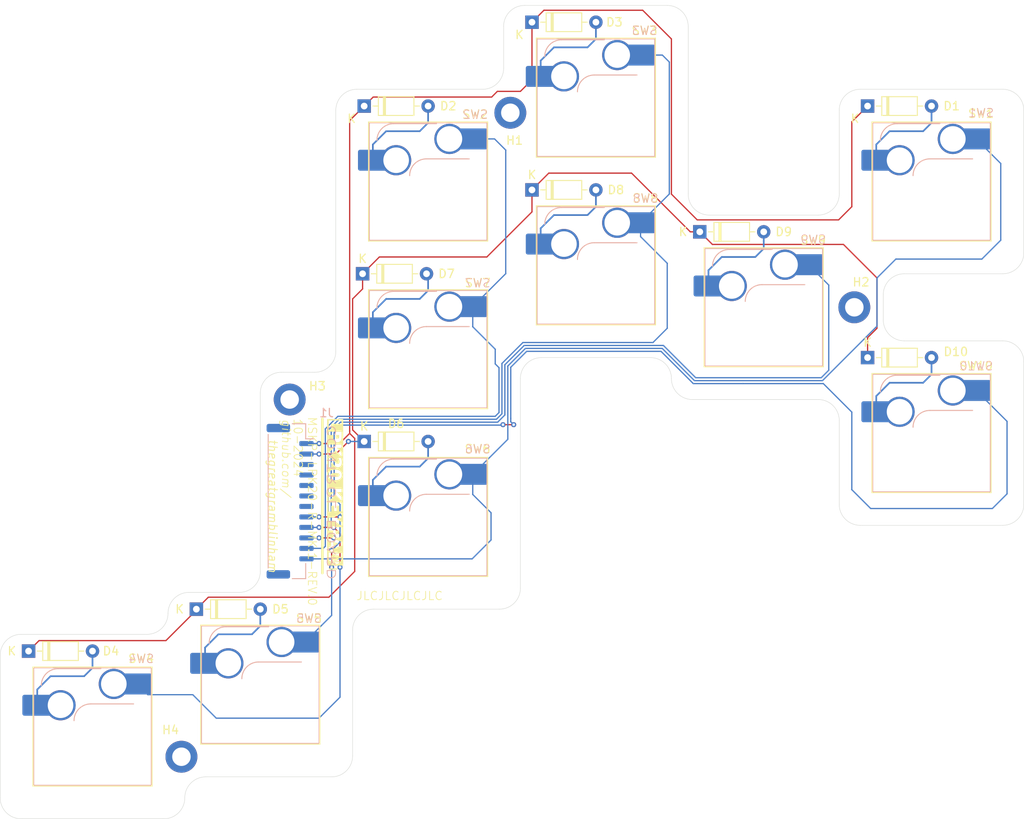
<source format=kicad_pcb>
(kicad_pcb (version 20240108) (generator "pcbnew") (generator_version "8.0")
  (layers (0 "F.Cu" signal) (31 "B.Cu" signal) (34 "B.Paste" user) (35 "F.Paste" user) (36 "B.SilkS" user "B.Silkscreen") (37 "F.SilkS" user "F.Silkscreen") (38 "B.Mask" user) (39 "F.Mask" user) (44 "Edge.Cuts" user))
  (net 0 "")
  (net 1 "Net-(D1-K)")
  (net 2 "Net-(D1-A)")
  (net 3 "Net-(D2-A)")
  (net 4 "Net-(D3-A)")
  (net 5 "Net-(D4-A)")
  (net 6 "Net-(D5-A)")
  (net 7 "Net-(D10-K)")
  (net 8 "Net-(D6-A)")
  (net 9 "Net-(D7-A)")
  (net 10 "Net-(D8-A)")
  (net 11 "Net-(D9-A)")
  (net 12 "Net-(D10-A)")
  (net 13 "Net-(J1-Pin_11)")
  (net 15 "Net-(J1-Pin_8)")
  (net 16 "Net-(J1-Pin_10)")
  (net 19 "Net-(J1-Pin_9)")
  (net 20 "Net-(J1-Pin_12)")
  (footprint "ScottoKeebs_Hotswap:Hotswap_MX_Plated_1.00u" (layer "F.Cu") (at 154 59)
    (property "Reference" "SW8" (at 5.9 -8 0) (layer "F.SilkS"))
    (property "Value" "Switch")
    (pad "" np_thru_hole circle (at -5.08 0) (size 1.75 1.75) (drill 1.75) (layers "F&B.Cu" "*.Mask") (clearance 0.1))
    (pad "" np_thru_hole circle (at 0 0) (size 4 4) (drill 4) (layers "*.Cu" "*.Mask"))
    (pad "" np_thru_hole circle (at 5.08 0) (size 1.75 1.75) (drill 1.75) (layers "*.Cu" "*.Mask"))
    (pad "1" smd roundrect (at -6.585 -2.54) (size 3.55 2.5) (layers "B.Cu") (roundrect_rratio 0.1) (net 10 "Net-(D8-A)"))
    (pad "1" thru_hole circle (at -3.81 -2.54) (size 3.6 3.6) (drill 3.05) (layers "*.Cu" "*.Mask") (net 10 "Net-(D8-A)"))
    (pad "2" thru_hole circle (at 2.54 -5.08) (size 3.6 3.6) (drill 3.05) (layers "*.Cu" "*.Mask") (net 16 "Net-(J1-Pin_10)"))
    (pad "2" smd roundrect (at 5.32 -5.08) (size 3.55 2.5) (layers "B.Cu") (roundrect_rratio 0.1) (net 16 "Net-(J1-Pin_10)"))
  )
  (footprint "MountingHole:MountingHole_2.2mm_M2_ISO14580_Pad" (layer "F.Cu") (at 184.8 64)
    (property "Reference" "H2" (at 0.8 -3 0) (layer "F.SilkS"))
    (property "Value" "MountingHole_2.2mm_M2_ISO14580_Pad")
    (pad "1" thru_hole circle (at 0 0) (size 3.8 3.8) (drill 2.2) (layers "*.Cu" "*.Mask"))
  )
  (footprint "Diode_THT:D_DO-35_SOD27_P7.62mm_Horizontal" (layer "F.Cu") (at 106.38 100)
    (property "Reference" "D5" (at 10.02 0 0) (layer "F.SilkS"))
    (property "Value" "1N4148")
    (fp_text user "K" (at -2 0 0) (layer "F.SilkS"))
    (pad "1" thru_hole rect (at 0 0) (size 1.6 1.6) (drill 0.8) (layers "*.Cu" "*.Mask") (net 1 "Net-(D1-K)"))
    (pad "2" thru_hole oval (at 7.62 0) (size 1.6 1.6) (drill 0.8) (layers "*.Cu" "*.Mask") (net 6 "Net-(D5-A)"))
  )
  (footprint "MountingHole:MountingHole_2.2mm_M2_ISO14580_Pad" (layer "F.Cu") (at 143.8 40.8)
    (property "Reference" "H1" (at 0.5 3.3 0) (layer "F.SilkS"))
    (property "Value" "MountingHole_2.2mm_M2_ISO14580_Pad")
    (pad "1" thru_hole circle (at 0 0) (size 3.8 3.8) (drill 2.2) (layers "*.Cu" "*.Mask"))
  )
  (footprint "Diode_THT:D_DO-35_SOD27_P7.62mm_Horizontal" (layer "F.Cu") (at 186.38 40)
    (property "Reference" "D1" (at 10.02 0 0) (layer "F.SilkS"))
    (property "Value" "1N4148")
    (fp_text user "K" (at -1.5 1.5 0) (layer "F.SilkS"))
    (pad "1" thru_hole rect (at 0 0) (size 1.6 1.6) (drill 0.8) (layers "*.Cu" "*.Mask") (net 1 "Net-(D1-K)"))
    (pad "2" thru_hole oval (at 7.62 0) (size 1.6 1.6) (drill 0.8) (layers "*.Cu" "*.Mask") (net 2 "Net-(D1-A)"))
  )
  (footprint "Diode_THT:D_DO-35_SOD27_P7.62mm_Horizontal" (layer "F.Cu") (at 86.38 105)
    (property "Reference" "D4" (at 9.82 0 0) (layer "F.SilkS"))
    (property "Value" "1N4148")
    (fp_text user "K" (at -2 0 0) (layer "F.SilkS"))
    (pad "1" thru_hole rect (at 0 0) (size 1.6 1.6) (drill 0.8) (layers "*.Cu" "*.Mask") (net 1 "Net-(D1-K)"))
    (pad "2" thru_hole oval (at 7.62 0) (size 1.6 1.6) (drill 0.8) (layers "*.Cu" "*.Mask") (net 5 "Net-(D4-A)"))
  )
  (footprint "ScottoKeebs_Hotswap:Hotswap_MX_Plated_1.00u" (layer "F.Cu") (at 134 49)
    (property "Reference" "SW2" (at 5.6 -8 0) (layer "F.SilkS"))
    (property "Value" "Switch")
    (pad "" np_thru_hole circle (at -5.08 0) (size 1.75 1.75) (drill 1.75) (layers "F&B.Cu" "*.Mask") (clearance 0.1))
    (pad "" np_thru_hole circle (at 0 0) (size 4 4) (drill 4) (layers "*.Cu" "*.Mask"))
    (pad "" np_thru_hole circle (at 5.08 0) (size 1.75 1.75) (drill 1.75) (layers "*.Cu" "*.Mask"))
    (pad "1" smd roundrect (at -6.585 -2.54) (size 3.55 2.5) (layers "B.Cu") (roundrect_rratio 0.1) (net 3 "Net-(D2-A)"))
    (pad "1" thru_hole circle (at -3.81 -2.54) (size 3.6 3.6) (drill 3.05) (layers "*.Cu" "*.Mask") (net 3 "Net-(D2-A)"))
    (pad "2" thru_hole circle (at 2.54 -5.08) (size 3.6 3.6) (drill 3.05) (layers "*.Cu" "*.Mask") (net 13 "Net-(J1-Pin_11)"))
    (pad "2" smd roundrect (at 5.32 -5.08) (size 3.55 2.5) (layers "B.Cu") (roundrect_rratio 0.1) (net 13 "Net-(J1-Pin_11)"))
  )
  (footprint "ScottoKeebs_Hotswap:Hotswap_MX_Plated_1.00u" (layer "F.Cu") (at 114 109)
    (property "Reference" "SW5" (at 5.8 -7.9 0) (layer "F.SilkS"))
    (property "Value" "Switch")
    (pad "" np_thru_hole circle (at -5.08 0) (size 1.75 1.75) (drill 1.75) (layers "F&B.Cu" "*.Mask") (clearance 0.1))
    (pad "" np_thru_hole circle (at 0 0) (size 4 4) (drill 4) (layers "*.Cu" "*.Mask"))
    (pad "" np_thru_hole circle (at 5.08 0) (size 1.75 1.75) (drill 1.75) (layers "*.Cu" "*.Mask"))
    (pad "1" smd roundrect (at -6.585 -2.54) (size 3.55 2.5) (layers "B.Cu") (roundrect_rratio 0.1) (net 6 "Net-(D5-A)"))
    (pad "1" thru_hole circle (at -3.81 -2.54) (size 3.6 3.6) (drill 3.05) (layers "*.Cu" "*.Mask") (net 6 "Net-(D5-A)"))
    (pad "2" thru_hole circle (at 2.54 -5.08) (size 3.6 3.6) (drill 3.05) (layers "*.Cu" "*.Mask") (net 15 "Net-(J1-Pin_8)"))
    (pad "2" smd roundrect (at 5.32 -5.08) (size 3.55 2.5) (layers "B.Cu") (roundrect_rratio 0.1) (net 15 "Net-(J1-Pin_8)"))
  )
  (footprint "Diode_THT:D_DO-35_SOD27_P7.62mm_Horizontal" (layer "F.Cu") (at 146.38 30)
    (property "Reference" "D3" (at 9.82 0 0) (layer "F.SilkS"))
    (property "Value" "1N4148")
    (fp_text user "K" (at -1.5 1.5 0) (layer "F.SilkS"))
    (pad "1" thru_hole rect (at 0 0) (size 1.6 1.6) (drill 0.8) (layers "*.Cu" "*.Mask") (net 1 "Net-(D1-K)"))
    (pad "2" thru_hole oval (at 7.62 0) (size 1.6 1.6) (drill 0.8) (layers "*.Cu" "*.Mask") (net 4 "Net-(D3-A)"))
  )
  (footprint "ScottoKeebs_Hotswap:Hotswap_MX_Plated_1.00u" (layer "F.Cu") (at 194 49)
    (property "Reference" "SW1" (at 5.9 -8.1 0) (layer "F.SilkS"))
    (property "Value" "Switch")
    (pad "" np_thru_hole circle (at -5.08 0) (size 1.75 1.75) (drill 1.75) (layers "F&B.Cu" "*.Mask") (clearance 0.1))
    (pad "" np_thru_hole circle (at 0 0) (size 4 4) (drill 4) (layers "*.Cu" "*.Mask"))
    (pad "" np_thru_hole circle (at 5.08 0) (size 1.75 1.75) (drill 1.75) (layers "*.Cu" "*.Mask"))
    (pad "1" smd roundrect (at -6.585 -2.54) (size 3.55 2.5) (layers "B.Cu") (roundrect_rratio 0.1) (net 2 "Net-(D1-A)"))
    (pad "1" thru_hole circle (at -3.81 -2.54) (size 3.6 3.6) (drill 3.05) (layers "*.Cu" "*.Mask") (net 2 "Net-(D1-A)"))
    (pad "2" thru_hole circle (at 2.54 -5.08) (size 3.6 3.6) (drill 3.05) (layers "*.Cu" "*.Mask") (net 20 "Net-(J1-Pin_12)"))
    (pad "2" smd roundrect (at 5.32 -5.08) (size 3.55 2.5) (layers "B.Cu") (roundrect_rratio 0.1) (net 20 "Net-(J1-Pin_12)"))
  )
  (footprint "ScottoKeebs_Hotswap:Hotswap_MX_Plated_1.00u" (layer "F.Cu") (at 174 64)
    (property "Reference" "SW9" (at 5.9 -8 0) (layer "F.SilkS"))
    (property "Value" "Switch")
    (pad "" np_thru_hole circle (at -5.08 0) (size 1.75 1.75) (drill 1.75) (layers "F&B.Cu" "*.Mask") (clearance 0.1))
    (pad "" np_thru_hole circle (at 0 0) (size 4 4) (drill 4) (layers "*.Cu" "*.Mask"))
    (pad "" np_thru_hole circle (at 5.08 0) (size 1.75 1.75) (drill 1.75) (layers "*.Cu" "*.Mask"))
    (pad "1" smd roundrect (at -6.585 -2.54) (size 3.55 2.5) (layers "B.Cu") (roundrect_rratio 0.1) (net 11 "Net-(D9-A)"))
    (pad "1" thru_hole circle (at -3.81 -2.54) (size 3.6 3.6) (drill 3.05) (layers "*.Cu" "*.Mask") (net 11 "Net-(D9-A)"))
    (pad "2" thru_hole circle (at 2.54 -5.08) (size 3.6 3.6) (drill 3.05) (layers "*.Cu" "*.Mask") (net 19 "Net-(J1-Pin_9)"))
    (pad "2" smd roundrect (at 5.32 -5.08) (size 3.55 2.5) (layers "B.Cu") (roundrect_rratio 0.1) (net 19 "Net-(J1-Pin_9)"))
  )
  (footprint "Diode_THT:D_DO-35_SOD27_P7.62mm_Horizontal" (layer "F.Cu") (at 166.38 55)
    (property "Reference" "D9" (at 10 0 0) (layer "F.SilkS"))
    (property "Value" "1N4148")
    (fp_text user "K" (at -2 0 0) (layer "F.SilkS"))
    (pad "1" thru_hole rect (at 0 0) (size 1.6 1.6) (drill 0.8) (layers "*.Cu" "*.Mask") (net 7 "Net-(D10-K)"))
    (pad "2" thru_hole oval (at 7.62 0) (size 1.6 1.6) (drill 0.8) (layers "*.Cu" "*.Mask") (net 11 "Net-(D9-A)"))
  )
  (footprint "ScottoKeebs_Hotswap:Hotswap_MX_Plated_1.00u" (layer "F.Cu") (at 194 79)
    (property "Reference" "SW10" (at 5.3 -8 0) (layer "F.SilkS"))
    (property "Value" "Switch")
    (pad "" np_thru_hole circle (at -5.08 0) (size 1.75 1.75) (drill 1.75) (layers "F&B.Cu" "*.Mask") (clearance 0.1))
    (pad "" np_thru_hole circle (at 0 0) (size 4 4) (drill 4) (layers "*.Cu" "*.Mask"))
    (pad "" np_thru_hole circle (at 5.08 0) (size 1.75 1.75) (drill 1.75) (layers "*.Cu" "*.Mask"))
    (pad "1" smd roundrect (at -6.585 -2.54) (size 3.55 2.5) (layers "B.Cu") (roundrect_rratio 0.1) (net 12 "Net-(D10-A)"))
    (pad "1" thru_hole circle (at -3.81 -2.54) (size 3.6 3.6) (drill 3.05) (layers "*.Cu" "*.Mask") (net 12 "Net-(D10-A)"))
    (pad "2" thru_hole circle (at 2.54 -5.08) (size 3.6 3.6) (drill 3.05) (layers "*.Cu" "*.Mask") (net 15 "Net-(J1-Pin_8)"))
    (pad "2" smd roundrect (at 5.32 -5.08) (size 3.55 2.5) (layers "B.Cu") (roundrect_rratio 0.1) (net 15 "Net-(J1-Pin_8)"))
  )
  (footprint "MountingHole:MountingHole_2.2mm_M2_ISO14580_Pad" (layer "F.Cu") (at 104.6 117.6)
    (property "Reference" "H4" (at -1.3 -3.2 0) (layer "F.SilkS"))
    (property "Value" "MountingHole_2.2mm_M2_ISO14580_Pad")
    (pad "1" thru_hole circle (at 0 0) (size 3.8 3.8) (drill 2.2) (layers "*.Cu" "*.Mask"))
  )
  (footprint "ScottoKeebs_Hotswap:Hotswap_MX_Plated_1.00u" (layer "F.Cu") (at 134 69)
    (property "Reference" "SW7" (at 5.9 -7.9 0) (layer "F.SilkS"))
    (property "Value" "Switch")
    (pad "" np_thru_hole circle (at -5.08 0) (size 1.75 1.75) (drill 1.75) (layers "F&B.Cu" "*.Mask") (clearance 0.1))
    (pad "" np_thru_hole circle (at 0 0) (size 4 4) (drill 4) (layers "*.Cu" "*.Mask"))
    (pad "" np_thru_hole circle (at 5.08 0) (size 1.75 1.75) (drill 1.75) (layers "*.Cu" "*.Mask"))
    (pad "1" smd roundrect (at -6.585 -2.54) (size 3.55 2.5) (layers "B.Cu") (roundrect_rratio 0.1) (net 9 "Net-(D7-A)"))
    (pad "1" thru_hole circle (at -3.81 -2.54) (size 3.6 3.6) (drill 3.05) (layers "*.Cu" "*.Mask") (net 9 "Net-(D7-A)"))
    (pad "2" thru_hole circle (at 2.54 -5.08) (size 3.6 3.6) (drill 3.05) (layers "*.Cu" "*.Mask") (net 13 "Net-(J1-Pin_11)"))
    (pad "2" smd roundrect (at 5.32 -5.08) (size 3.55 2.5) (layers "B.Cu") (roundrect_rratio 0.1) (net 13 "Net-(J1-Pin_11)"))
  )
  (footprint "ScottoKeebs_Hotswap:Hotswap_MX_Plated_1.00u" (layer "F.Cu") (at 134 89)
    (property "Reference" "SW6" (at 5.9 -8.1 0) (layer "F.SilkS"))
    (property "Value" "Switch")
    (pad "" np_thru_hole circle (at -5.08 0) (size 1.75 1.75) (drill 1.75) (layers "F&B.Cu" "*.Mask") (clearance 0.1))
    (pad "" np_thru_hole circle (at 0 0) (size 4 4) (drill 4) (layers "*.Cu" "*.Mask"))
    (pad "" np_thru_hole circle (at 5.08 0) (size 1.75 1.75) (drill 1.75) (layers "*.Cu" "*.Mask"))
    (pad "1" smd roundrect (at -6.585 -2.54) (size 3.55 2.5) (layers "B.Cu") (roundrect_rratio 0.1) (net 8 "Net-(D6-A)"))
    (pad "1" thru_hole circle (at -3.81 -2.54) (size 3.6 3.6) (drill 3.05) (layers "*.Cu" "*.Mask") (net 8 "Net-(D6-A)"))
    (pad "2" thru_hole circle (at 2.54 -5.08) (size 3.6 3.6) (drill 3.05) (layers "*.Cu" "*.Mask") (net 20 "Net-(J1-Pin_12)"))
    (pad "2" smd roundrect (at 5.32 -5.08) (size 3.55 2.5) (layers "B.Cu") (roundrect_rratio 0.1) (net 20 "Net-(J1-Pin_12)"))
  )
  (footprint "Diode_THT:D_DO-35_SOD27_P7.62mm_Horizontal" (layer "F.Cu") (at 186.38 70)
    (property "Reference" "D10" (at 10.52 -0.7 0) (layer "F.SilkS"))
    (property "Value" "1N4148")
    (fp_text user "K" (at 0 -1.8 0) (layer "F.SilkS"))
    (pad "1" thru_hole rect (at 0 0) (size 1.6 1.6) (drill 0.8) (layers "*.Cu" "*.Mask") (net 7 "Net-(D10-K)"))
    (pad "2" thru_hole oval (at 7.62 0) (size 1.6 1.6) (drill 0.8) (layers "*.Cu" "*.Mask") (net 12 "Net-(D10-A)"))
  )
  (footprint "Diode_THT:D_DO-35_SOD27_P7.62mm_Horizontal" (layer "F.Cu") (at 126.38 40)
    (property "Reference" "D2" (at 10.02 0 0) (layer "F.SilkS"))
    (property "Value" "1N4148")
    (fp_text user "K" (at -1.5 1.5 0) (layer "F.SilkS"))
    (pad "1" thru_hole rect (at 0 0) (size 1.6 1.6) (drill 0.8) (layers "*.Cu" "*.Mask") (net 1 "Net-(D1-K)"))
    (pad "2" thru_hole oval (at 7.62 0) (size 1.6 1.6) (drill 0.8) (layers "*.Cu" "*.Mask") (net 3 "Net-(D2-A)"))
  )
  (footprint "Diode_THT:D_DO-35_SOD27_P7.62mm_Horizontal" (layer "F.Cu") (at 146.38 50)
    (property "Reference" "D8" (at 10 0 0) (layer "F.SilkS"))
    (property "Value" "1N4148")
    (fp_text user "K" (at 0 -1.8 0) (layer "F.SilkS"))
    (pad "1" thru_hole rect (at 0 0) (size 1.6 1.6) (drill 0.8) (layers "*.Cu" "*.Mask") (net 7 "Net-(D10-K)"))
    (pad "2" thru_hole oval (at 7.62 0) (size 1.6 1.6) (drill 0.8) (layers "*.Cu" "*.Mask") (net 10 "Net-(D8-A)"))
  )
  (footprint "ScottoKeebs_Hotswap:Hotswap_MX_Plated_1.00u" (layer "F.Cu") (at 154 39)
    (property "Reference" "SW3" (at 5.8 -8 0) (layer "F.SilkS"))
    (property "Value" "Switch")
    (pad "" np_thru_hole circle (at -5.08 0) (size 1.75 1.75) (drill 1.75) (layers "F&B.Cu" "*.Mask") (clearance 0.1))
    (pad "" np_thru_hole circle (at 0 0) (size 4 4) (drill 4) (layers "*.Cu" "*.Mask"))
    (pad "" np_thru_hole circle (at 5.08 0) (size 1.75 1.75) (drill 1.75) (layers "*.Cu" "*.Mask"))
    (pad "1" smd roundrect (at -6.585 -2.54) (size 3.55 2.5) (layers "B.Cu") (roundrect_rratio 0.1) (net 4 "Net-(D3-A)"))
    (pad "1" thru_hole circle (at -3.81 -2.54) (size 3.6 3.6) (drill 3.05) (layers "*.Cu" "*.Mask") (net 4 "Net-(D3-A)"))
    (pad "2" thru_hole circle (at 2.54 -5.08) (size 3.6 3.6) (drill 3.05) (layers "*.Cu" "*.Mask") (net 16 "Net-(J1-Pin_10)"))
    (pad "2" smd roundrect (at 5.32 -5.08) (size 3.55 2.5) (layers "B.Cu") (roundrect_rratio 0.1) (net 16 "Net-(J1-Pin_10)"))
  )
  (footprint "ScottoKeebs_Hotswap:Hotswap_MX_Plated_1.00u" (layer "F.Cu") (at 94 114)
    (property "Reference" "SW4" (at 5.8 -8.1 0) (layer "F.SilkS"))
    (property "Value" "Switch")
    (pad "" np_thru_hole circle (at -5.08 0) (size 1.75 1.75) (drill 1.75) (layers "F&B.Cu" "*.Mask") (clearance 0.1))
    (pad "" np_thru_hole circle (at 0 0) (size 4 4) (drill 4) (layers "*.Cu" "*.Mask"))
    (pad "" np_thru_hole circle (at 5.08 0) (size 1.75 1.75) (drill 1.75) (layers "*.Cu" "*.Mask"))
    (pad "1" smd roundrect (at -6.585 -2.54) (size 3.55 2.5) (layers "B.Cu") (roundrect_rratio 0.1) (net 5 "Net-(D4-A)"))
    (pad "1" thru_hole circle (at -3.81 -2.54) (size 3.6 3.6) (drill 3.05) (layers "*.Cu" "*.Mask") (net 5 "Net-(D4-A)"))
    (pad "2" thru_hole circle (at 2.54 -5.08) (size 3.6 3.6) (drill 3.05) (layers "*.Cu" "*.Mask") (net 19 "Net-(J1-Pin_9)"))
    (pad "2" smd roundrect (at 5.32 -5.08) (size 3.55 2.5) (layers "B.Cu") (roundrect_rratio 0.1) (net 19 "Net-(J1-Pin_9)"))
  )
  (footprint "Diode_THT:D_DO-35_SOD27_P7.62mm_Horizontal" (layer "F.Cu") (at 126.19 60)
    (property "Reference" "D7" (at 10.01 0 0) (layer "F.SilkS"))
    (property "Value" "1N4148")
    (fp_text user "K" (at 0 -1.8 0) (layer "F.SilkS"))
    (pad "1" thru_hole rect (at 0 0) (size 1.6 1.6) (drill 0.8) (layers "*.Cu" "*.Mask") (net 7 "Net-(D10-K)"))
    (pad "2" thru_hole oval (at 7.62 0) (size 1.6 1.6) (drill 0.8) (layers "*.Cu" "*.Mask") (net 9 "Net-(D7-A)"))
  )
  (footprint "MountingHole:MountingHole_2.2mm_M2_ISO14580_Pad" (layer "F.Cu") (at 117.5 75)
    (property "Reference" "H3" (at 3.3 -1.6 0) (layer "F.SilkS"))
    (property "Value" "MountingHole_2.2mm_M2_ISO14580_Pad")
    (pad "1" thru_hole circle (at 0 0) (size 3.8 3.8) (drill 2.2) (layers "*.Cu" "*.Mask"))
  )
  (footprint "Diode_THT:D_DO-35_SOD27_P7.62mm_Horizontal" (layer "F.Cu") (at 126.38 80)
    (property "Reference" "D6" (at 3.81 -2.12 0) (layer "F.SilkS"))
    (property "Value" "1N4148")
    (fp_text user "K" (at 0 -1.8 0) (layer "F.SilkS"))
    (pad "1" thru_hole rect (at 0 0) (size 1.6 1.6) (drill 0.8) (layers "*.Cu" "*.Mask") (net 7 "Net-(D10-K)"))
    (pad "2" thru_hole oval (at 7.62 0) (size 1.6 1.6) (drill 0.8) (layers "*.Cu" "*.Mask") (net 8 "Net-(D6-A)"))
  )
  (footprint "Connector_JST:JST_GH_BM12B-GHS-TBT_1x12-1MP_P1.25mm_Vertical" (layer "B.Cu") (at 117.55 87.125 -90)
    (property "Reference" "J1" (at -10.525 -4.35 180) (layer "B.SilkS") (effects (justify mirror)))
    (property "Value" "Conn_01x12_Socket")
    (pad "1" smd roundrect (at -6.875 -1.95 270) (size 0.6 1.7) (layers "B.Cu" "B.Paste" "B.Mask") (net 1 "Net-(D1-K)"))
    (pad "2" smd roundrect (at -5.625 -1.95 270) (size 0.6 1.7) (layers "B.Cu" "B.Paste" "B.Mask") (net 7 "Net-(D10-K)"))
    (pad "3" smd roundrect (at -4.375 -1.95 270) (size 0.6 1.7) (layers "B.Cu" "B.Paste" "B.Mask"))
    (pad "4" smd roundrect (at -3.125 -1.95 270) (size 0.6 1.7) (layers "B.Cu" "B.Paste" "B.Mask"))
    (pad "5" smd roundrect (at -1.875 -1.95 270) (size 0.6 1.7) (layers "B.Cu" "B.Paste" "B.Mask"))
    (pad "6" smd roundrect (at -0.625 -1.95 270) (size 0.6 1.7) (layers "B.Cu" "B.Paste" "B.Mask"))
    (pad "7" smd roundrect (at 0.625 -1.95 270) (size 0.6 1.7) (layers "B.Cu" "B.Paste" "B.Mask"))
    (pad "8" smd roundrect (at 1.875 -1.95 270) (size 0.6 1.7) (layers "B.Cu" "B.Paste" "B.Mask") (net 15 "Net-(J1-Pin_8)"))
    (pad "9" smd roundrect (at 3.125 -1.95 270) (size 0.6 1.7) (layers "B.Cu" "B.Paste" "B.Mask") (net 19 "Net-(J1-Pin_9)"))
    (pad "10" smd roundrect (at 4.375 -1.95 270) (size 0.6 1.7) (layers "B.Cu" "B.Paste" "B.Mask") (net 16 "Net-(J1-Pin_10)"))
    (pad "11" smd roundrect (at 5.625 -1.95 270) (size 0.6 1.7) (layers "B.Cu" "B.Paste" "B.Mask") (net 13 "Net-(J1-Pin_11)"))
    (pad "12" smd roundrect (at 6.875 -1.95 270) (size 0.6 1.7) (layers "B.Cu" "B.Paste" "B.Mask") (net 20 "Net-(J1-Pin_12)"))
    (pad "MP" smd roundrect (at -8.725 1.4 270) (size 1 2.8) (layers "B.Cu" "B.Paste" "B.Mask"))
    (pad "MP" smd roundrect (at 8.725 1.4 270) (size 1 2.8) (layers "B.Cu" "B.Paste" "B.Mask"))
  )
  (gr_rect (start 187 72) (end 201 86) (stroke (width 0.1)) (fill none) (layer "B.SilkS"))
  (gr_rect (start 127 42) (end 141 56) (stroke (width 0.1)) (fill none) (layer "B.SilkS"))
  (gr_rect (start 187 42) (end 201 56) (stroke (width 0.1)) (fill none) (layer "B.SilkS"))
  (gr_rect (start 147 32) (end 161 46) (stroke (width 0.1)) (fill none) (layer "B.SilkS"))
  (gr_rect (start 87 107) (end 101 121) (stroke (width 0.1)) (fill none) (layer "B.SilkS"))
  (gr_rect (start 127 82) (end 141 96) (stroke (width 0.1)) (fill none) (layer "B.SilkS"))
  (gr_rect (start 167 57) (end 181 71) (stroke (width 0.1)) (fill none) (layer "B.SilkS"))
  (gr_rect (start 107 102) (end 121 116) (stroke (width 0.1)) (fill none) (layer "B.SilkS"))
  (gr_rect (start 147 52) (end 161 66) (stroke (width 0.1)) (fill none) (layer "B.SilkS"))
  (gr_rect (start 127 62) (end 141 76) (stroke (width 0.1)) (fill none) (layer "B.SilkS"))
  (gr_line (start 121.4 77.3) (end 121.4 95.7) (stroke (width 0.3)) (layer "F.SilkS"))
  (gr_arc (start 145 97.5) (mid 144.267767 99.267767) (end 142.5 100) (stroke (width 0.05)) (layer "Edge.Cuts"))
  (gr_line (start 125 102.5) (end 125 117.5) (stroke (width 0.05)) (layer "Edge.Cuts"))
  (gr_arc (start 205 57.5) (mid 204.267767 59.267767) (end 202.5 60) (stroke (width 0.05)) (layer "Edge.Cuts"))
  (gr_line (start 123 40.5) (end 123 69.25) (stroke (width 0.05)) (layer "Edge.Cuts"))
  (gr_arc (start 143 30.5) (mid 143.732233 28.732233) (end 145.5 28) (stroke (width 0.05)) (layer "Edge.Cuts"))
  (gr_line (start 167.5 53) (end 180.5 53) (stroke (width 0.05)) (layer "Edge.Cuts"))
  (gr_line (start 143 35.5) (end 143 30.5) (stroke (width 0.05)) (layer "Edge.Cuts"))
  (gr_arc (start 183 40.5) (mid 183.732233 38.732233) (end 185.5 38) (stroke (width 0.05)) (layer "Edge.Cuts"))
  (gr_arc (start 143 35.5) (mid 142.267767 37.267767) (end 140.5 38) (stroke (width 0.05)) (layer "Edge.Cuts"))
  (gr_arc (start 205 87.5) (mid 204.267767 89.267767) (end 202.5 90) (stroke (width 0.05)) (layer "Edge.Cuts"))
  (gr_line (start 185.5 38) (end 202.5 38) (stroke (width 0.05)) (layer "Edge.Cuts"))
  (gr_arc (start 123 40.5) (mid 123.732233 38.732233) (end 125.5 38) (stroke (width 0.05)) (layer "Edge.Cuts"))
  (gr_arc (start 190.75 68) (mid 188.982233 67.267767) (end 188.25 65.5) (stroke (width 0.05)) (layer "Edge.Cuts"))
  (gr_line (start 83 122.5) (end 83 105.5) (stroke (width 0.05)) (layer "Edge.Cuts"))
  (gr_line (start 102.5 125) (end 85.5 125) (stroke (width 0.05)) (layer "Edge.Cuts"))
  (gr_line (start 122.5 120) (end 107.5 120) (stroke (width 0.05)) (layer "Edge.Cuts"))
  (gr_line (start 183 87.5) (end 183 77.5) (stroke (width 0.05)) (layer "Edge.Cuts"))
  (gr_arc (start 105 122.5) (mid 104.267767 124.267767) (end 102.5 125) (stroke (width 0.05)) (layer "Edge.Cuts"))
  (gr_arc (start 103 100.5) (mid 103.732233 98.732233) (end 105.5 98) (stroke (width 0.05)) (layer "Edge.Cuts"))
  (gr_line (start 85.5 103) (end 100.5 103) (stroke (width 0.05)) (layer "Edge.Cuts"))
  (gr_line (start 205 70.5) (end 205 87.5) (stroke (width 0.05)) (layer "Edge.Cuts"))
  (gr_arc (start 123 69.25) (mid 122.267767 71.017767) (end 120.5 71.75) (stroke (width 0.05)) (layer "Edge.Cuts"))
  (gr_line (start 142.5 100) (end 127.5 100) (stroke (width 0.05)) (layer "Edge.Cuts"))
  (gr_line (start 125.5 38) (end 140.5 38) (stroke (width 0.05)) (layer "Edge.Cuts"))
  (gr_arc (start 162.5 28) (mid 164.267767 28.732233) (end 165 30.5) (stroke (width 0.05)) (layer "Edge.Cuts"))
  (gr_line (start 111.5 98) (end 105.5 98) (stroke (width 0.05)) (layer "Edge.Cuts"))
  (gr_line (start 145.5 28) (end 162.5 28) (stroke (width 0.05)) (layer "Edge.Cuts"))
  (gr_arc (start 188.25 62.5) (mid 188.982233 60.732233) (end 190.75 60) (stroke (width 0.05)) (layer "Edge.Cuts"))
  (gr_line (start 183 50.5) (end 183 40.5) (stroke (width 0.05)) (layer "Edge.Cuts"))
  (gr_line (start 188.25 62.5) (end 188.25 65.5) (stroke (width 0.05)) (layer "Edge.Cuts"))
  (gr_arc (start 85.5 125) (mid 83.732233 124.267767) (end 83 122.5) (stroke (width 0.05)) (layer "Edge.Cuts"))
  (gr_arc (start 114 74.25) (mid 114.732233 72.482233) (end 116.5 71.75) (stroke (width 0.05)) (layer "Edge.Cuts"))
  (gr_arc (start 202.5 38) (mid 204.267767 38.732233) (end 205 40.5) (stroke (width 0.05)) (layer "Edge.Cuts"))
  (gr_arc (start 145 72.5) (mid 145.732233 70.732233) (end 147.5 70) (stroke (width 0.05)) (layer "Edge.Cuts"))
  (gr_arc (start 165.5 75) (mid 163.732233 74.267767) (end 163 72.5) (stroke (width 0.05)) (layer "Edge.Cuts"))
  (gr_arc (start 167.5 53) (mid 165.732233 52.267767) (end 165 50.5) (stroke (width 0.05)) (layer "Edge.Cuts"))
  (gr_line (start 160.5 70) (end 147.5 70) (stroke (width 0.05)) (layer "Edge.Cuts"))
  (gr_arc (start 202.5 68) (mid 204.267767 68.732233) (end 205 70.5) (stroke (width 0.05)) (layer "Edge.Cuts"))
  (gr_line (start 202.5 60) (end 190.75 60) (stroke (width 0.05)) (layer "Edge.Cuts"))
  (gr_arc (start 103 100.5) (mid 102.267767 102.267767) (end 100.5 103) (stroke (width 0.05)) (layer "Edge.Cuts"))
  (gr_line (start 205 40.5) (end 205 57.5) (stroke (width 0.05)) (layer "Edge.Cuts"))
  (gr_line (start 202.5 90) (end 185.5 90) (stroke (width 0.05)) (layer "Edge.Cuts"))
  (gr_arc (start 114 95.5) (mid 113.267767 97.267767) (end 111.5 98) (stroke (width 0.05)) (layer "Edge.Cuts"))
  (gr_arc (start 105 122.5) (mid 105.732233 120.732233) (end 107.5 120) (stroke (width 0.05)) (layer "Edge.Cuts"))
  (gr_arc (start 185.5 90) (mid 183.732233 89.267767) (end 183 87.5) (stroke (width 0.05)) (layer "Edge.Cuts"))
  (gr_arc (start 125 102.5) (mid 125.732233 100.732233) (end 127.5 100) (stroke (width 0.05)) (layer "Edge.Cuts"))
  (gr_line (start 145 72.5) (end 145 97.5) (stroke (width 0.05)) (layer "Edge.Cuts"))
  (gr_line (start 116.5 71.75) (end 120.5 71.75) (stroke (width 0.05)) (layer "Edge.Cuts"))
  (gr_arc (start 125 117.5) (mid 124.267767 119.267767) (end 122.5 120) (stroke (width 0.05)) (layer "Edge.Cuts"))
  (gr_line (start 114 95.5) (end 114 74.25) (stroke (width 0.05)) (layer "Edge.Cuts"))
  (gr_arc (start 83 105.5) (mid 83.732233 103.732233) (end 85.5 103) (stroke (width 0.05)) (layer "Edge.Cuts"))
  (gr_arc (start 180.5 75) (mid 182.267767 75.732233) (end 183 77.5) (stroke (width 0.05)) (layer "Edge.Cuts"))
  (gr_line (start 165 30.5) (end 165 50.5) (stroke (width 0.05)) (layer "Edge.Cuts"))
  (gr_arc (start 183 50.5) (mid 182.267767 52.267767) (end 180.5 53) (stroke (width 0.05)) (layer "Edge.Cuts"))
  (gr_line (start 180.5 75) (end 165.5 75) (stroke (width 0.05)) (layer "Edge.Cuts"))
  (gr_line (start 190.75 68) (end 202.5 68) (stroke (width 0.05)) (layer "Edge.Cuts"))
  (gr_arc (start 160.5 70) (mid 162.267767 70.732233) (end 163 72.5) (stroke (width 0.05)) (layer "Edge.Cuts"))
  (gr_text "SW2" (at 141.2 41.6 0) (layer "B.SilkS") (effects (font (size 1 1) (thickness 0.1)) (justify left bottom mirror)))
  (gr_text "SW6" (at 141.5 81.5 0) (layer "B.SilkS") (effects (font (size 1 1) (thickness 0.1)) (justify left bottom mirror)))
  (gr_text "SW10" (at 201.4 71.6 0) (layer "B.SilkS") (effects (font (size 1 1) (thickness 0.1)) (justify left bottom mirror)))
  (gr_text "SW9" (at 181.5 56.5 0) (layer "B.SilkS") (effects (font (size 1 1) (thickness 0.1)) (justify left bottom mirror)))
  (gr_text "SW4" (at 101.4 106.5 0) (layer "B.SilkS") (effects (font (size 1 1) (thickness 0.1)) (justify left bottom mirror)))
  (gr_text "SW3" (at 161.4 31.6 0) (layer "B.SilkS") (effects (font (size 1 1) (thickness 0.1)) (justify left bottom mirror)))
  (gr_text "SW7" (at 141.5 61.7 0) (layer "B.SilkS") (effects (font (size 1 1) (thickness 0.1)) (justify left bottom mirror)))
  (gr_text "CONTROL BOARD" (at 123.1 77.9 90) (layer "B.SilkS") (effects (font (size 1 1.5) (thickness 0.1)) (justify left bottom mirror)))
  (gr_text "SW5" (at 121.4 101.7 0) (layer "B.SilkS") (effects (font (size 1 1) (thickness 0.1)) (justify left bottom mirror)))
  (gr_text "SW8" (at 161.5 51.6 0) (layer "B.SilkS") (effects (font (size 1 1) (thickness 0.1)) (justify left bottom mirror)))
  (gr_text "SW1" (at 201.5 41.4 0) (layer "B.SilkS") (effects (font (size 1 1) (thickness 0.1)) (justify left bottom mirror)))
  (gr_text "I" (at 122 95 -90) (layer "F.SilkS") (effects (font (size 1 1) (thickness 0.1)) (justify left bottom)))
  (gr_text "JLCJLCJLCJLC" (at 125.4 99 0) (layer "F.SilkS") (effects (font (size 1 1) (thickness 0.1)) (justify left bottom)))
  (gr_text "MSKP-LPK20-R-MK.1-REV.0" (at 119.6 77 -90) (layer "F.SilkS") (effects (font (size 1 1) (thickness 0.1)) (justify left bottom)))
  (gr_text "LPK20 KEYPAD" (at 121.9 77.3 270) (layer "F.SilkS" knockout) (effects (font (size 1.5 1.5) (thickness 0.3) (bold yes)) (justify left bottom)))
  (gr_text "10-2024" (at 117.9 77.2 -90) (layer "F.SilkS") (effects (font (size 1 1) (thickness 0.1)) (justify left bottom)))
  (gr_text "github.com/" (at 116.5 77.3 270) (layer "F.SilkS") (effects (font (size 1 1) (thickness 0.1) (italic yes)) (justify left bottom)))
  (gr_text "thegreatgramblinham" (at 114.9 79.7 270) (layer "F.SilkS") (effects (font (size 1 1) (thickness 0.125) (italic yes)) (justify left bottom)))
  (gr_text "Mk" (at 122 92.9 -90) (layer "F.SilkS") (effects (font (size 1.5 1) (thickness 0.1)) (justify left bottom)))
  (segment (start 87.63 103.75) (end 86.38 105) (width 0.15) (layer "F.Cu") (net 1))
  (segment (start 147.805 28.575) (end 146.38 30) (width 0.15) (layer "F.Cu") (net 1))
  (segment (start 166.075 53.575) (end 163 50.5) (width 0.15) (layer "F.Cu") (net 1))
  (segment (start 186.38 40) (end 184.5 41.88) (width 0.15) (layer "F.Cu") (net 1))
  (segment (start 163 50.5) (end 163 32) (width 0.15) (layer "F.Cu") (net 1))
  (segment (start 123.925 79.761827) (end 123.436827 80.25) (width 0.15) (layer "F.Cu") (net 1))
  (segment (start 141.575 38.925) (end 127.455 38.925) (width 0.15) (layer "F.Cu") (net 1))
  (segment (start 127.455 38.925) (end 126.38 40) (width 0.15) (layer "F.Cu") (net 1))
  (segment (start 163 32) (end 159.575 28.575) (width 0.15) (layer "F.Cu") (net 1))
  (segment (start 126.38 40) (end 124.65 41.73) (width 0.15) (layer "F.Cu") (net 1))
  (segment (start 184.5 41.88) (end 184.5 52) (width 0.15) (layer "F.Cu") (net 1))
  (segment (start 102.75 103.75) (end 87.63 103.75) (width 0.15) (layer "F.Cu") (net 1))
  (segment (start 122.175 98.575) (end 107.805 98.575) (width 0.15) (layer "F.Cu") (net 1))
  (segment (start 159.575 28.575) (end 147.805 28.575) (width 0.15) (layer "F.Cu") (net 1))
  (segment (start 124.65 79.036827) (end 125.25 79.636827) (width 0.15) (layer "F.Cu") (net 1))
  (segment (start 145 38.25) (end 142.25 38.25) (width 0.15) (layer "F.Cu") (net 1))
  (segment (start 124.65 41.73) (end 124.65 78.764974) (width 0.15) (layer "F.Cu") (net 1))
  (segment (start 146.38 36.87) (end 145 38.25) (width 0.15) (layer "F.Cu") (net 1))
  (segment (start 125.25 95.5) (end 122.175 98.575) (width 0.15) (layer "F.Cu") (net 1))
  (segment (start 142.25 38.25) (end 141.575 38.925) (width 0.15) (layer "F.Cu") (net 1))
  (segment (start 107.805 98.575) (end 106.38 100) (width 0.15) (layer "F.Cu") (net 1))
  (segment (start 124.65 78.764974) (end 124.65 79.036827) (width 0.15) (layer "F.Cu") (net 1))
  (segment (start 182.925 53.575) (end 166.075 53.575) (width 0.15) (layer "F.Cu") (net 1))
  (segment (start 123.436827 80.25) (end 121 80.25) (width 0.15) (layer "F.Cu") (net 1))
  (segment (start 184.5 52) (end 182.925 53.575) (width 0.15) (layer "F.Cu") (net 1))
  (segment (start 125.25 79.636827) (end 125.25 95.5) (width 0.15) (layer "F.Cu") (net 1))
  (segment (start 146.38 30) (end 146.38 36.87) (width 0.15) (layer "F.Cu") (net 1))
  (segment (start 124.65 79.036827) (end 123.925 79.761827) (width 0.15) (layer "F.Cu") (net 1))
  (segment (start 106.38 100.12) (end 102.75 103.75) (width 0.15) (layer "F.Cu") (net 1))
  (segment (start 106.38 100) (end 106.38 100.12) (width 0.15) (layer "F.Cu") (net 1))
  (via blind (at 121 80.25) (size 0.6) (drill 0.3) (layers "F.Cu" "B.Cu") (net 1))
  (segment (start 121 80.25) (end 119.5 80.25) (width 0.15) (layer "B.Cu") (net 1))
  (segment (start 194 40) (end 194 42) (width 0.2) (layer "B.Cu") (net 2))
  (segment (start 193 43) (end 189 43) (width 0.2) (layer "B.Cu") (net 2))
  (segment (start 187.415 44.585) (end 187.415 46.46) (width 0.2) (layer "B.Cu") (net 2))
  (segment (start 194 42) (end 193 43) (width 0.2) (layer "B.Cu") (net 2))
  (segment (start 189 43) (end 187.415 44.585) (width 0.2) (layer "B.Cu") (net 2))
  (segment (start 134 42) (end 133 43) (width 0.2) (layer "B.Cu") (net 3))
  (segment (start 127.415 44.585) (end 127.415 46.46) (width 0.2) (layer "B.Cu") (net 3))
  (segment (start 134 40) (end 134 42) (width 0.2) (layer "B.Cu") (net 3))
  (segment (start 129 43) (end 127.415 44.585) (width 0.2) (layer "B.Cu") (net 3))
  (segment (start 133 43) (end 129 43) (width 0.2) (layer "B.Cu") (net 3))
  (segment (start 154 30) (end 154 32) (width 0.2) (layer "B.Cu") (net 4))
  (segment (start 147.415 34.585) (end 147.415 36.46) (width 0.2) (layer "B.Cu") (net 4))
  (segment (start 149 33) (end 147.415 34.585) (width 0.2) (layer "B.Cu") (net 4))
  (segment (start 153 33) (end 149 33) (width 0.2) (layer "B.Cu") (net 4))
  (segment (start 154 32) (end 153 33) (width 0.2) (layer "B.Cu") (net 4))
  (segment (start 89 108) (end 87.415 109.585) (width 0.2) (layer "B.Cu") (net 5))
  (segment (start 94 105) (end 94 107) (width 0.2) (layer "B.Cu") (net 5))
  (segment (start 87.415 109.585) (end 87.415 111.46) (width 0.2) (layer "B.Cu") (net 5))
  (segment (start 93 108) (end 89 108) (width 0.2) (layer "B.Cu") (net 5))
  (segment (start 94 107) (end 93 108) (width 0.2) (layer "B.Cu") (net 5))
  (segment (start 109 103) (end 107.415 104.585) (width 0.2) (layer "B.Cu") (net 6))
  (segment (start 114 102) (end 113 103) (width 0.2) (layer "B.Cu") (net 6))
  (segment (start 113 103) (end 109 103) (width 0.2) (layer "B.Cu") (net 6))
  (segment (start 114 100) (end 114 102) (width 0.2) (layer "B.Cu") (net 6))
  (segment (start 107.415 104.585) (end 107.415 106.46) (width 0.2) (layer "B.Cu") (net 6))
  (segment (start 186.38 70) (end 187 69.38) (width 0.15) (layer "F.Cu") (net 7))
  (segment (start 125 78.62) (end 126.38 80) (width 0.15) (layer "F.Cu") (net 7))
  (segment (start 183.5 56.5) (end 167.88 56.5) (width 0.15) (layer "F.Cu") (net 7))
  (segment (start 148.38 48) (end 146.38 50) (width 0.15) (layer "F.Cu") (net 7))
  (segment (start 126.19 60) (end 126.19 61.81) (width 0.15) (layer "F.Cu") (net 7))
  (segment (start 124.5 80) (end 123 81.5) (width 0.15) (layer "F.Cu") (net 7))
  (segment (start 165.25 55) (end 158.25 48) (width 0.15) (layer "F.Cu") (net 7))
  (segment (start 187.5 66.5) (end 187.5 60.5) (width 0.15) (layer "F.Cu") (net 7))
  (segment (start 125 63) (end 125 78.62) (width 0.15) (layer "F.Cu") (net 7))
  (segment (start 186.38 67.62) (end 187.5 66.5) (width 0.15) (layer "F.Cu") (net 7))
  (segment (start 187.5 60.5) (end 183.5 56.5) (width 0.15) (layer "F.Cu") (net 7))
  (segment (start 126.19 61.81) (end 125 63) (width 0.15) (layer "F.Cu") (net 7))
  (segment (start 146.38 52.62) (end 141 58) (width 0.15) (layer "F.Cu") (net 7))
  (segment (start 167.88 56.5) (end 166.38 55) (width 0.15) (layer "F.Cu") (net 7))
  (segment (start 146.38 50) (end 146.38 52.62) (width 0.15) (layer "F.Cu") (net 7))
  (segment (start 123 81.5) (end 121 81.5) (width 0.15) (layer "F.Cu") (net 7))
  (segment (start 158.25 48) (end 148.38 48) (width 0.15) (layer "F.Cu") (net 7))
  (segment (start 186.38 70) (end 186.38 67.62) (width 0.15) (layer "F.Cu") (net 7))
  (segment (start 166.38 55) (end 165.25 55) (width 0.15) (layer "F.Cu") (net 7))
  (segment (start 128.19 58) (end 126.19 60) (width 0.15) (layer "F.Cu") (net 7))
  (segment (start 141 58) (end 128.19 58) (width 0.15) (layer "F.Cu") (net 7))
  (via blind (at 124.5 80) (size 0.6) (drill 0.3) (layers "F.Cu" "B.Cu") (net 7))
  (via blind (at 121 81.5) (size 0.6) (drill 0.3) (layers "F.Cu" "B.Cu") (net 7))
  (segment (start 126.38 80) (end 124.5 80) (width 0.15) (layer "B.Cu") (net 7))
  (segment (start 121 81.5) (end 119.5 81.5) (width 0.15) (layer "B.Cu") (net 7))
  (segment (start 127.415 84.585) (end 127.415 86.46) (width 0.2) (layer "B.Cu") (net 8))
  (segment (start 134 80) (end 134 82) (width 0.2) (layer "B.Cu") (net 8))
  (segment (start 133 83) (end 129 83) (width 0.2) (layer "B.Cu") (net 8))
  (segment (start 129 83) (end 127.415 84.585) (width 0.2) (layer "B.Cu") (net 8))
  (segment (start 134 82) (end 133 83) (width 0.2) (layer "B.Cu") (net 8))
  (segment (start 129 63) (end 127.415 64.585) (width 0.2) (layer "B.Cu") (net 9))
  (segment (start 133 63) (end 129 63) (width 0.2) (layer "B.Cu") (net 9))
  (segment (start 127.415 64.585) (end 127.415 66.46) (width 0.2) (layer "B.Cu") (net 9))
  (segment (start 134 60) (end 134 62) (width 0.2) (layer "B.Cu") (net 9))
  (segment (start 134 62) (end 133 63) (width 0.2) (layer "B.Cu") (net 9))
  (segment (start 147.415 54.585) (end 147.415 56.46) (width 0.2) (layer "B.Cu") (net 10))
  (segment (start 153 53) (end 149 53) (width 0.2) (layer "B.Cu") (net 10))
  (segment (start 154 50) (end 154 52) (width 0.2) (layer "B.Cu") (net 10))
  (segment (start 154 52) (end 153 53) (width 0.2) (layer "B.Cu") (net 10))
  (segment (start 149 53) (end 147.415 54.585) (width 0.2) (layer "B.Cu") (net 10))
  (segment (start 173 58) (end 169 58) (width 0.2) (layer "B.Cu") (net 11))
  (segment (start 169 58) (end 167.415 59.585) (width 0.2) (layer "B.Cu") (net 11))
  (segment (start 167.415 59.585) (end 167.415 61.46) (width 0.2) (layer "B.Cu") (net 11))
  (segment (start 174 55) (end 174 57) (width 0.2) (layer "B.Cu") (net 11))
  (segment (start 174 57) (end 173 58) (width 0.2) (layer "B.Cu") (net 11))
  (segment (start 194 70) (end 194 72) (width 0.2) (layer "B.Cu") (net 12))
  (segment (start 189 73) (end 187.415 74.585) (width 0.2) (layer "B.Cu") (net 12))
  (segment (start 193 73) (end 189 73) (width 0.2) (layer "B.Cu") (net 12))
  (segment (start 187.415 74.585) (end 187.415 76.46) (width 0.2) (layer "B.Cu") (net 12))
  (segment (start 194 72) (end 193 73) (width 0.2) (layer "B.Cu") (net 12))
  (segment (start 143.25 59.99) (end 143.25 45.25) (width 0.15) (layer "B.Cu") (net 13))
  (segment (start 143.25 45.25) (end 141.92 43.92) (width 0.15) (layer "B.Cu") (net 13))
  (segment (start 141.92 43.92) (end 139.32 43.92) (width 0.15) (layer "B.Cu") (net 13))
  (segment (start 121.75 78.5) (end 121.75 92.5) (width 0.15) (layer "B.Cu") (net 13))
  (segment (start 142 77) (end 123.25 77) (width 0.15) (layer "B.Cu") (net 13))
  (segment (start 142.45 76.55) (end 142 77) (width 0.15) (layer "B.Cu") (net 13))
  (segment (start 139.32 63.92) (end 143.25 59.99) (width 0.15) (layer "B.Cu") (net 13))
  (segment (start 142.45 71.2) (end 142.45 76.55) (width 0.15) (layer "B.Cu") (net 13))
  (segment (start 142 69) (end 142 70.75) (width 0.15) (layer "B.Cu") (net 13))
  (segment (start 121.75 92.5) (end 121.5 92.75) (width 0.15) (layer "B.Cu") (net 13))
  (segment (start 139.32 63.92) (end 139.32 66.32) (width 0.15) (layer "B.Cu") (net 13))
  (segment (start 121.5 92.75) (end 119.5 92.75) (width 0.15) (layer "B.Cu") (net 13))
  (segment (start 139.32 66.32) (end 142 69) (width 0.15) (layer "B.Cu") (net 13))
  (segment (start 123.25 77) (end 121.75 78.5) (width 0.15) (layer "B.Cu") (net 13))
  (segment (start 142 70.75) (end 142.45 71.2) (width 0.15) (layer "B.Cu") (net 13))
  (segment (start 122.5 95) (end 122.5 93) (width 0.15) (layer "F.Cu") (net 15))
  (segment (start 123.5 89) (end 121 89) (width 0.15) (layer "F.Cu") (net 15))
  (segment (start 142.925 78) (end 144.2 78) (width 0.15) (layer "F.Cu") (net 15))
  (via blind (at 122.5 93) (size 0.6) (drill 0.3) (layers "F.Cu" "B.Cu") (net 15))
  (via blind (at 144.2 78) (size 0.6) (drill 0.3) (layers "F.Cu" "B.Cu") (net 15))
  (via blind (at 122.5 95) (size 0.6) (drill 0.3) (layers "F.Cu" "B.Cu") (net 15))
  (via blind (at 142.925 78) (size 0.6) (drill 0.3) (layers "F.Cu" "B.Cu") (net 15))
  (via blind (at 121 89) (size 0.6) (drill 0.3) (layers "F.Cu" "B.Cu") (net 15))
  (via blind (at 123.5 89) (size 0.6) (drill 0.3) (layers "F.Cu" "B.Cu") (net 15))
  (segment (start 143.85 77.65) (end 144.2 78) (width 0.15) (layer "B.Cu") (net 15))
  (segment (start 184.5 76.5) (end 181.1 73.1) (width 0.15) (layer "B.Cu") (net 15))
  (segment (start 171.5 73.1) (end 165.605025 73.1) (width 0.15) (layer "B.Cu") (net 15))
  (segment (start 186.75 88) (end 184.5 85.75) (width 0.15) (layer "B.Cu") (net 15))
  (segment (start 122.8 78.95) (end 123.5 78.25) (width 0.15) (layer "B.Cu") (net 15))
  (segment (start 201.25 88) (end 186.75 88) (width 0.15) (layer "B.Cu") (net 15))
  (segment (start 123.5 92) (end 122.5 93) (width 0.15) (layer "B.Cu") (net 15))
  (segment (start 143.85 71.15) (end 143.85 77.25) (width 0.15) (layer "B.Cu") (net 15))
  (segment (start 165.605025 73.1) (end 161.755025 69.25) (width 0.15) (layer "B.Cu") (net 15))
  (segment (start 123.694974 78.05) (end 142.875 78.05) (width 0.15) (layer "B.Cu") (net 15))
  (segment (start 119.32 103.92) (end 122.5 100.74) (width 0.15) (layer "B.Cu") (net 15))
  (segment (start 123.5 89) (end 123.5 87.5) (width 0.15) (layer "B.Cu") (net 15))
  (segment (start 203 77.6) (end 203 86.25) (width 0.15) (layer "B.Cu") (net 15))
  (segment (start 123.5 87.5) (end 122.8 86.8) (width 0.15) (layer "B.Cu") (net 15))
  (segment (start 123.5 78.244974) (end 123.694974 78.05) (width 0.15) (layer "B.Cu") (net 15))
  (segment (start 142.875 78.05) (end 142.925 78) (width 0.15) (layer "B.Cu") (net 15))
  (segment (start 123.5 78.25) (end 123.5 78.244974) (width 0.15) (layer "B.Cu") (net 15))
  (segment (start 161.755025 69.25) (end 145.75 69.25) (width 0.15) (layer "B.Cu") (net 15))
  (segment (start 143.85 77.25) (end 143.85 77.65) (width 0.15) (layer "B.Cu") (net 15))
  (segment (start 199.32 73.92) (end 203 77.6) (width 0.15) (layer "B.Cu") (net 15))
  (segment (start 145.75 69.25) (end 143.85 71.15) (width 0.15) (layer "B.Cu") (net 15))
  (segment (start 181.1 73.1) (end 171.5 73.1) (width 0.15) (layer "B.Cu") (net 15))
  (segment (start 123.5 89) (end 123.5 92) (width 0.15) (layer "B.Cu") (net 15))
  (segment (start 121 89) (end 119.5 89) (width 0.15) (layer "B.Cu") (net 15))
  (segment (start 203 86.25) (end 201.25 88) (width 0.15) (layer "B.Cu") (net 15))
  (segment (start 122.8 86.8) (end 122.8 78.95) (width 0.15) (layer "B.Cu") (net 15))
  (segment (start 122.5 100.74) (end 122.5 95) (width 0.15) (layer "B.Cu") (net 15))
  (segment (start 184.5 85.75) (end 184.5 76.5) (width 0.15) (layer "B.Cu") (net 15))
  (segment (start 122.75 91.5) (end 121 91.5) (width 0.15) (layer "F.Cu") (net 16))
  (via blind (at 121 91.5) (size 0.6) (drill 0.3) (layers "F.Cu" "B.Cu") (net 16))
  (via blind (at 122.75 91.5) (size 0.6) (drill 0.3) (layers "F.Cu" "B.Cu") (net 16))
  (segment (start 145.3 68.2) (end 142.8 70.7) (width 0.15) (layer "B.Cu") (net 16))
  (segment (start 162.75 34.75) (end 161.92 33.92) (width 0.15) (layer "B.Cu") (net 16))
  (segment (start 142.144975 77.35) (end 123.4 77.35) (width 0.15) (layer "B.Cu") (net 16))
  (segment (start 123.4 77.35) (end 123.25 77.5) (width 0.15) (layer "B.Cu") (net 16))
  (segment (start 122.1 78.65) (end 122.1 90.5) (width 0.15) (layer "B.Cu") (net 16))
  (segment (start 161.92 33.92) (end 159.32 33.92) (width 0.15) (layer "B.Cu") (net 16))
  (segment (start 123.25 77.5) (end 122.1 78.65) (width 0.15) (layer "B.Cu") (net 16))
  (segment (start 121 91.5) (end 119.5 91.5) (width 0.15) (layer "B.Cu") (net 16))
  (segment (start 162.75 50.49) (end 162.75 34.75) (width 0.15) (layer "B.Cu") (net 16))
  (segment (start 159.32 53.92) (end 162.75 50.49) (width 0.15) (layer "B.Cu") (net 16))
  (segment (start 122.1 90.5) (end 122.1 90.85) (width 0.15) (layer "B.Cu") (net 16))
  (segment (start 160.8 68.2) (end 145.3 68.2) (width 0.15) (layer "B.Cu") (net 16))
  (segment (start 162.5 66.5) (end 160.8 68.2) (width 0.15) (layer "B.Cu") (net 16))
  (segment (start 142.8 70.7) (end 142.8 76.694975) (width 0.15) (layer "B.Cu") (net 16))
  (segment (start 159.32 53.92) (end 159.32 55.57) (width 0.15) (layer "B.Cu") (net 16))
  (segment (start 142.8 76.694975) (end 142.144975 77.35) (width 0.15) (layer "B.Cu") (net 16))
  (segment (start 162.5 58.75) (end 162.5 66.5) (width 0.15) (layer "B.Cu") (net 16))
  (segment (start 122.1 90.85) (end 122.75 91.5) (width 0.15) (layer "B.Cu") (net 16))
  (segment (start 159.32 55.57) (end 162.5 58.75) (width 0.15) (layer "B.Cu") (net 16))
  (segment (start 123.5 91) (end 123.5 95) (width 0.15) (layer "F.Cu") (net 19))
  (segment (start 121 90.25) (end 122.75 90.25) (width 0.15) (layer "F.Cu") (net 19))
  (segment (start 122.75 90.25) (end 123.5 91) (width 0.15) (layer "F.Cu") (net 19))
  (via blind (at 121 90.25) (size 0.6) (drill 0.3) (layers "F.Cu" "B.Cu") (net 19))
  (via blind (at 122.75 90.25) (size 0.6) (drill 0.3) (layers "F.Cu" "B.Cu") (net 19))
  (via blind (at 123.5 95) (size 0.6) (drill 0.3) (layers "F.Cu" "B.Cu") (net 19))
  (segment (start 162.044975 68.55) (end 145.45 68.55) (width 0.15) (layer "B.Cu") (net 19))
  (segment (start 143.15 70.849999) (end 143.15 76.839949) (width 0.15) (layer "B.Cu") (net 19))
  (segment (start 180.855026 72.4) (end 165.894975 72.4) (width 0.15) (layer "B.Cu") (net 19))
  (segment (start 121 90.25) (end 119.5 90.25) (width 0.15) (layer "B.Cu") (net 19))
  (segment (start 105.95 110.2) (end 108.75 113) (width 0.15) (layer "B.Cu") (net 19))
  (segment (start 144.334133 69.665866) (end 143.15 70.849999) (width 0.15) (layer "B.Cu") (net 19))
  (segment (start 100.6 110.2) (end 105.95 110.2) (width 0.15) (layer "B.Cu") (net 19))
  (segment (start 108.75 113) (end 121 113) (width 0.15) (layer "B.Cu") (net 19))
  (segment (start 123.55 77.7) (end 122.45 78.8) (width 0.15) (layer "B.Cu") (net 19))
  (segment (start 181.75 61.35) (end 181.75 71.505026) (width 0.15) (layer "B.Cu") (net 19))
  (segment (start 122.45 78.8) (end 122.45 89.95) (width 0.15) (layer "B.Cu") (net 19))
  (segment (start 122.45 89.95) (end 122.75 90.25) (width 0.15) (layer "B.Cu") (net 19))
  (segment (start 145.45 68.55) (end 144.334133 69.665866) (width 0.15) (layer "B.Cu") (net 19))
  (segment (start 99.32 108.92) (end 100.6 110.2) (width 0.15) (layer "B.Cu") (net 19))
  (segment (start 142.289949 77.7) (end 123.55 77.7) (width 0.15) (layer "B.Cu") (net 19))
  (segment (start 181.75 71.505026) (end 180.855026 72.4) (width 0.15) (layer "B.Cu") (net 19))
  (segment (start 121 113) (end 123.5 110.5) (width 0.15) (layer "B.Cu") (net 19))
  (segment (start 143.15 76.839949) (end 142.289949 77.7) (width 0.15) (layer "B.Cu") (net 19))
  (segment (start 165.894975 72.4) (end 162.044975 68.55) (width 0.15) (layer "B.Cu") (net 19))
  (segment (start 123.5 110.5) (end 123.5 95) (width 0.15) (layer "B.Cu") (net 19))
  (segment (start 179.32 58.92) (end 181.75 61.35) (width 0.15) (layer "B.Cu") (net 19))
  (segment (start 139.25 94) (end 119.5 94) (width 0.15) (layer "B.Cu") (net 20))
  (segment (start 189.75 58.25) (end 187.5 60.5) (width 0.15) (layer "B.Cu") (net 20))
  (segment (start 141.5 91.75) (end 139.25 94) (width 0.15) (layer "B.Cu") (net 20))
  (segment (start 143.5 71.005026) (end 143.5 79.74) (width 0.15) (layer "B.Cu") (net 20))
  (segment (start 199.32 43.92) (end 202.25 46.85) (width 0.15) (layer "B.Cu") (net 20))
  (segment (start 144.252513 70.252513) (end 143.5 71.005026) (width 0.15) (layer "B.Cu") (net 20))
  (segment (start 141.5 88.5) (end 141.5 91.75) (width 0.15) (layer "B.Cu") (net 20))
  (segment (start 202.25 56) (end 200 58.25) (width 0.15) (layer "B.Cu") (net 20))
  (segment (start 187.5 66.25) (end 181 72.75) (width 0.15) (layer "B.Cu") (net 20))
  (segment (start 139.32 86.32) (end 141.5 88.5) (width 0.15) (layer "B.Cu") (net 20))
  (segment (start 143.5 79.74) (end 139.32 83.92) (width 0.15) (layer "B.Cu") (net 20))
  (segment (start 181 72.75) (end 165.75 72.75) (width 0.15) (layer "B.Cu") (net 20))
  (segment (start 158.85 68.9) (end 145.605026 68.9) (width 0.15) (layer "B.Cu") (net 20))
  (segment (start 145.605026 68.9) (end 144.252513 70.252513) (width 0.15) (layer "B.Cu") (net 20))
  (segment (start 200 58.25) (end 189.75 58.25) (width 0.15) (layer "B.Cu") (net 20))
  (segment (start 187.5 60.5) (end 187.5 66.25) (width 0.15) (layer "B.Cu") (net 20))
  (segment (start 202.25 46.85) (end 202.25 56) (width 0.15) (layer "B.Cu") (net 20))
  (segment (start 139.32 83.92) (end 139.32 86.32) (width 0.15) (layer "B.Cu") (net 20))
  (segment (start 165.75 72.75) (end 161.9 68.9) (width 0.15) (layer "B.Cu") (net 20))
  (segment (start 161.9 68.9) (end 158.85 68.9) (width 0.15) (layer "B.Cu") (net 20))
)
</source>
